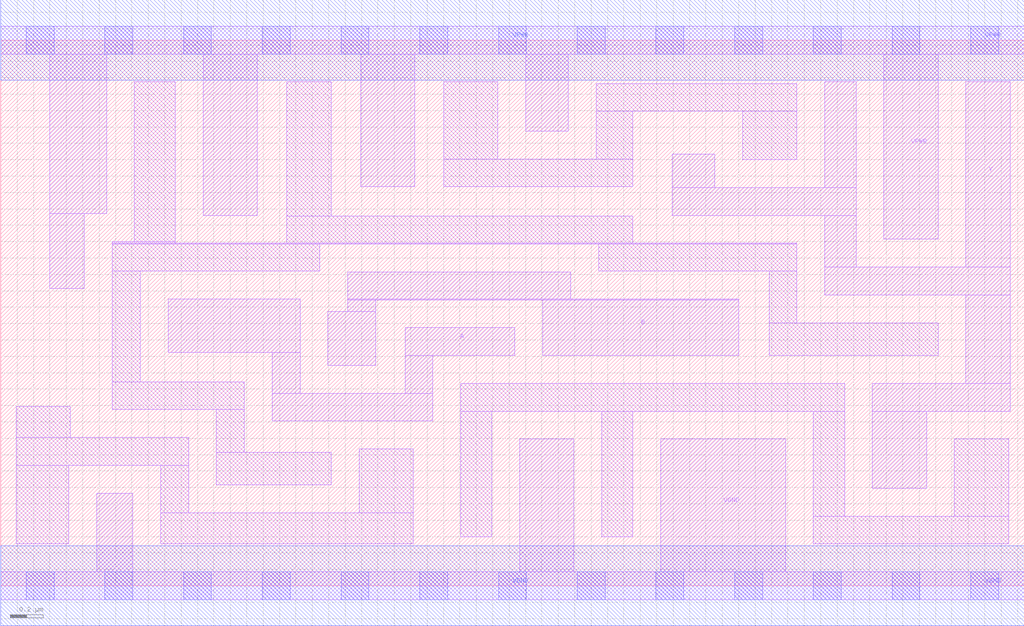
<source format=lef>
# Copyright 2020 The SkyWater PDK Authors
#
# Licensed under the Apache License, Version 2.0 (the "License");
# you may not use this file except in compliance with the License.
# You may obtain a copy of the License at
#
#     https://www.apache.org/licenses/LICENSE-2.0
#
# Unless required by applicable law or agreed to in writing, software
# distributed under the License is distributed on an "AS IS" BASIS,
# WITHOUT WARRANTIES OR CONDITIONS OF ANY KIND, either express or implied.
# See the License for the specific language governing permissions and
# limitations under the License.
#
# SPDX-License-Identifier: Apache-2.0

VERSION 5.7 ;
  NAMESCASESENSITIVE ON ;
  NOWIREEXTENSIONATPIN ON ;
  DIVIDERCHAR "/" ;
  BUSBITCHARS "[]" ;
UNITS
  DATABASE MICRONS 200 ;
END UNITS
MACRO sky130_fd_sc_lp__xnor2_2
  CLASS CORE ;
  SOURCE USER ;
  FOREIGN sky130_fd_sc_lp__xnor2_2 ;
  ORIGIN  0.000000  0.000000 ;
  SIZE  6.240000 BY  3.330000 ;
  SYMMETRY X Y R90 ;
  SITE unit ;
  PIN A
    ANTENNAGATEAREA  1.260000 ;
    DIRECTION INPUT ;
    USE SIGNAL ;
    PORT
      LAYER li1 ;
        RECT 1.020000 1.425000 1.825000 1.750000 ;
        RECT 1.655000 1.005000 2.635000 1.175000 ;
        RECT 1.655000 1.175000 1.825000 1.425000 ;
        RECT 2.465000 1.175000 2.635000 1.405000 ;
        RECT 2.465000 1.405000 3.135000 1.575000 ;
    END
  END A
  PIN B
    ANTENNAGATEAREA  1.260000 ;
    DIRECTION INPUT ;
    USE SIGNAL ;
    PORT
      LAYER li1 ;
        RECT 1.995000 1.345000 2.285000 1.675000 ;
        RECT 2.115000 1.675000 2.285000 1.745000 ;
        RECT 2.115000 1.745000 4.500000 1.750000 ;
        RECT 2.115000 1.750000 3.475000 1.915000 ;
        RECT 3.305000 1.405000 4.500000 1.745000 ;
    END
  END B
  PIN Y
    ANTENNADIFFAREA  1.255800 ;
    DIRECTION OUTPUT ;
    USE SIGNAL ;
    PORT
      LAYER li1 ;
        RECT 4.095000 2.260000 5.215000 2.430000 ;
        RECT 4.095000 2.430000 4.355000 2.635000 ;
        RECT 5.025000 1.775000 6.155000 1.945000 ;
        RECT 5.025000 1.945000 5.215000 2.260000 ;
        RECT 5.025000 2.430000 5.215000 3.075000 ;
        RECT 5.315000 0.595000 5.645000 1.065000 ;
        RECT 5.315000 1.065000 6.155000 1.235000 ;
        RECT 5.885000 1.235000 6.155000 1.775000 ;
        RECT 5.885000 1.945000 6.155000 3.075000 ;
    END
  END Y
  PIN VGND
    DIRECTION INOUT ;
    USE GROUND ;
    PORT
      LAYER li1 ;
        RECT 0.000000 -0.085000 6.240000 0.085000 ;
        RECT 0.585000  0.085000 0.805000 0.565000 ;
        RECT 3.165000  0.085000 3.495000 0.895000 ;
        RECT 4.025000  0.085000 4.785000 0.895000 ;
      LAYER mcon ;
        RECT 0.155000 -0.085000 0.325000 0.085000 ;
        RECT 0.635000 -0.085000 0.805000 0.085000 ;
        RECT 1.115000 -0.085000 1.285000 0.085000 ;
        RECT 1.595000 -0.085000 1.765000 0.085000 ;
        RECT 2.075000 -0.085000 2.245000 0.085000 ;
        RECT 2.555000 -0.085000 2.725000 0.085000 ;
        RECT 3.035000 -0.085000 3.205000 0.085000 ;
        RECT 3.515000 -0.085000 3.685000 0.085000 ;
        RECT 3.995000 -0.085000 4.165000 0.085000 ;
        RECT 4.475000 -0.085000 4.645000 0.085000 ;
        RECT 4.955000 -0.085000 5.125000 0.085000 ;
        RECT 5.435000 -0.085000 5.605000 0.085000 ;
        RECT 5.915000 -0.085000 6.085000 0.085000 ;
      LAYER met1 ;
        RECT 0.000000 -0.245000 6.240000 0.245000 ;
    END
  END VGND
  PIN VPWR
    DIRECTION INOUT ;
    USE POWER ;
    PORT
      LAYER li1 ;
        RECT 0.000000 3.245000 6.240000 3.415000 ;
        RECT 0.300000 1.815000 0.510000 2.270000 ;
        RECT 0.300000 2.270000 0.645000 3.245000 ;
        RECT 1.235000 2.260000 1.565000 3.245000 ;
        RECT 2.195000 2.435000 2.525000 3.245000 ;
        RECT 3.200000 2.775000 3.460000 3.245000 ;
        RECT 5.385000 2.115000 5.715000 3.245000 ;
      LAYER mcon ;
        RECT 0.155000 3.245000 0.325000 3.415000 ;
        RECT 0.635000 3.245000 0.805000 3.415000 ;
        RECT 1.115000 3.245000 1.285000 3.415000 ;
        RECT 1.595000 3.245000 1.765000 3.415000 ;
        RECT 2.075000 3.245000 2.245000 3.415000 ;
        RECT 2.555000 3.245000 2.725000 3.415000 ;
        RECT 3.035000 3.245000 3.205000 3.415000 ;
        RECT 3.515000 3.245000 3.685000 3.415000 ;
        RECT 3.995000 3.245000 4.165000 3.415000 ;
        RECT 4.475000 3.245000 4.645000 3.415000 ;
        RECT 4.955000 3.245000 5.125000 3.415000 ;
        RECT 5.435000 3.245000 5.605000 3.415000 ;
        RECT 5.915000 3.245000 6.085000 3.415000 ;
      LAYER met1 ;
        RECT 0.000000 3.085000 6.240000 3.575000 ;
    END
  END VPWR
  OBS
    LAYER li1 ;
      RECT 0.095000 0.255000 0.415000 0.735000 ;
      RECT 0.095000 0.735000 1.145000 0.905000 ;
      RECT 0.095000 0.905000 0.425000 1.095000 ;
      RECT 0.680000 1.075000 1.485000 1.245000 ;
      RECT 0.680000 1.245000 0.850000 1.920000 ;
      RECT 0.680000 1.920000 1.945000 2.085000 ;
      RECT 0.680000 2.085000 4.855000 2.090000 ;
      RECT 0.680000 2.090000 1.065000 2.100000 ;
      RECT 0.815000 2.100000 1.065000 3.075000 ;
      RECT 0.975000 0.255000 2.515000 0.445000 ;
      RECT 0.975000 0.445000 1.145000 0.735000 ;
      RECT 1.315000 0.615000 2.015000 0.815000 ;
      RECT 1.315000 0.815000 1.485000 1.075000 ;
      RECT 1.745000 2.090000 3.855000 2.255000 ;
      RECT 1.745000 2.255000 2.015000 3.075000 ;
      RECT 2.185000 0.445000 2.515000 0.835000 ;
      RECT 2.700000 2.435000 3.855000 2.605000 ;
      RECT 2.700000 2.605000 3.030000 3.075000 ;
      RECT 2.805000 0.300000 2.995000 1.065000 ;
      RECT 2.805000 1.065000 5.145000 1.235000 ;
      RECT 3.630000 2.605000 3.855000 2.895000 ;
      RECT 3.630000 2.895000 4.855000 3.065000 ;
      RECT 3.645000 1.920000 4.855000 2.085000 ;
      RECT 3.665000 0.300000 3.855000 1.065000 ;
      RECT 4.525000 2.600000 4.855000 2.895000 ;
      RECT 4.685000 1.405000 5.715000 1.605000 ;
      RECT 4.685000 1.605000 4.855000 1.920000 ;
      RECT 4.955000 0.255000 6.145000 0.425000 ;
      RECT 4.955000 0.425000 5.145000 1.065000 ;
      RECT 5.815000 0.425000 6.145000 0.895000 ;
  END
END sky130_fd_sc_lp__xnor2_2

</source>
